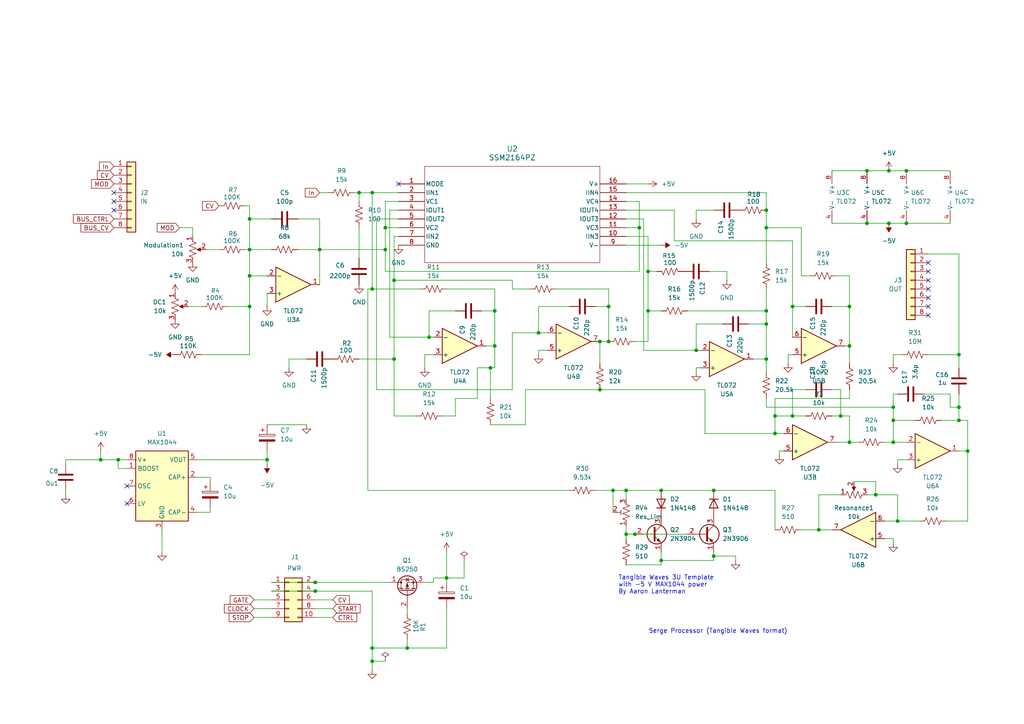
<source format=kicad_sch>
(kicad_sch (version 20250114) (generator "eeschema") (generator_version "9.0")
  (paper "A4")
  (lib_symbols
    (symbol "Amplifier_Operational:TL072" (pin_names (offset 0.127))
      (property "Reference" "U" (at 0 5.08 0))
      (property "Value" "TL072" (at 0 -5.08 0))
      (symbol "TL072_1_1"
        (pin input line (at -7.62 2.54 0) (length 2.54) (name "+") (number "3"))
        (pin input line (at -7.62 -2.54 0) (length 2.54) (name "-") (number "2"))
        (pin output line (at 7.62 0 180) (length 2.54) (name "~") (number "1"))
      )
      (symbol "TL072_2_1"
        (pin input line (at -7.62 2.54 0) (length 2.54) (name "+") (number "5"))
        (pin input line (at -7.62 -2.54 0) (length 2.54) (name "-") (number "6"))
        (pin output line (at 7.62 0 180) (length 2.54) (name "~") (number "7"))
      )
      (symbol "TL072_3_1"
        (pin power_in line (at -2.54 7.62 270) (length 3.81) (name "V+") (number "8"))
        (pin power_in line (at -2.54 -7.62 90) (length 3.81) (name "V-") (number "4"))
      )
    )
    (symbol "Connector_Generic:Conn_01x08" (pin_names (offset 1.016) (hide yes))
      (property "Reference" "J" (at 0 10.16 0))
      (property "Value" "Conn_01x08" (at 0 -12.7 0))
      (symbol "Conn_01x08_1_1"
        (pin passive line (at -5.08 7.62 0) (length 3.81) (name "Pin_1") (number "1"))
        (pin passive line (at -5.08 5.08 0) (length 3.81) (name "Pin_2") (number "2"))
        (pin passive line (at -5.08 2.54 0) (length 3.81) (name "Pin_3") (number "3"))
        (pin passive line (at -5.08 0 0) (length 3.81) (name "Pin_4") (number "4"))
        (pin passive line (at -5.08 -2.54 0) (length 3.81) (name "Pin_5") (number "5"))
        (pin passive line (at -5.08 -5.08 0) (length 3.81) (name "Pin_6") (number "6"))
        (pin passive line (at -5.08 -7.62 0) (length 3.81) (name "Pin_7") (number "7"))
        (pin passive line (at -5.08 -10.16 0) (length 3.81) (name "Pin_8") (number "8"))
      )
    )
    (symbol "Connector_Generic:Conn_02x05_Odd_Even" (pin_names (offset 1.016) (hide yes))
      (property "Reference" "J" (at 1.27 7.62 0))
      (property "Value" "Conn_02x05_Odd_Even" (at 1.27 -7.62 0))
      (symbol "Conn_02x05_Odd_Even_1_1"
        (pin passive line (at -5.08 5.08 0) (length 3.81) (name "Pin_1") (number "1"))
        (pin passive line (at -5.08 2.54 0) (length 3.81) (name "Pin_3") (number "3"))
        (pin passive line (at -5.08 0 0) (length 3.81) (name "Pin_5") (number "5"))
        (pin passive line (at -5.08 -2.54 0) (length 3.81) (name "Pin_7") (number "7"))
        (pin passive line (at -5.08 -5.08 0) (length 3.81) (name "Pin_9") (number "9"))
        (pin passive line (at 7.62 5.08 180) (length 3.81) (name "Pin_2") (number "2"))
        (pin passive line (at 7.62 2.54 180) (length 3.81) (name "Pin_4") (number "4"))
        (pin passive line (at 7.62 0 180) (length 3.81) (name "Pin_6") (number "6"))
        (pin passive line (at 7.62 -2.54 180) (length 3.81) (name "Pin_8") (number "8"))
        (pin passive line (at 7.62 -5.08 180) (length 3.81) (name "Pin_10") (number "10"))
      )
    )
    (symbol "Device:C" (pin_numbers (hide yes)) (pin_names (offset 0.254))
      (property "Reference" "C" (at 0.635 2.54 0))
      (property "Value" "C" (at 0.635 -2.54 0))
      (symbol "C_1_1"
        (pin passive line (at 0 3.81 270) (length 2.794) (name "~") (number "1"))
        (pin passive line (at 0 -3.81 90) (length 2.794) (name "~") (number "2"))
      )
    )
    (symbol "Device:C_Polarized" (pin_numbers (hide yes)) (pin_names (offset 0.254))
      (property "Reference" "C" (at 0.635 2.54 0))
      (property "Value" "C_Polarized" (at 0.635 -2.54 0))
      (symbol "C_Polarized_1_1"
        (pin passive line (at 0 3.81 270) (length 2.794) (name "~") (number "1"))
        (pin passive line (at 0 -3.81 90) (length 2.794) (name "~") (number "2"))
      )
    )
    (symbol "Device:R_Potentiometer_Trim_US" (pin_names (offset 1.016) (hide yes))
      (property "Reference" "RV" (at -4.445 0 90))
      (property "Value" "R_Potentiometer_Trim_US" (at -2.54 0 90))
      (symbol "R_Potentiometer_Trim_US_1_1"
        (pin passive line (at 0 3.81 270) (length 1.27) (name "1") (number "1"))
        (pin passive line (at 0 -3.81 90) (length 1.27) (name "3") (number "3"))
        (pin passive line (at 3.81 0 180) (length 1.27) (name "2") (number "2"))
      )
    )
    (symbol "Device:R_Potentiometer_US" (pin_names (offset 1.016) (hide yes))
      (property "Reference" "RV" (at -4.445 0 90))
      (property "Value" "R_Potentiometer_US" (at -2.54 0 90))
      (symbol "R_Potentiometer_US_1_1"
        (pin passive line (at 0 3.81 270) (length 1.27) (name "1") (number "1"))
        (pin passive line (at 0 -3.81 90) (length 1.27) (name "3") (number "3"))
        (pin passive line (at 3.81 0 180) (length 1.27) (name "2") (number "2"))
      )
    )
    (symbol "Device:R_US" (pin_numbers (hide yes)) (pin_names (offset 0))
      (property "Reference" "R" (at 2.54 0 90))
      (property "Value" "R_US" (at -2.54 0 90))
      (symbol "R_US_1_1"
        (pin passive line (at 0 3.81 270) (length 1.27) (name "~") (number "1"))
        (pin passive line (at 0 -3.81 90) (length 1.27) (name "~") (number "2"))
      )
    )
    (symbol "Diode:1N4148" (pin_numbers (hide yes)) (pin_names (hide yes))
      (property "Reference" "D" (at 0 2.54 0))
      (property "Value" "1N4148" (at 0 -2.54 0))
      (symbol "1N4148_1_1"
        (pin passive line (at -3.81 0 0) (length 2.54) (name "K") (number "1"))
        (pin passive line (at 3.81 0 180) (length 2.54) (name "A") (number "2"))
      )
    )
    (symbol "Regulator_SwitchedCapacitor:LTC1044"
      (property "Reference" "U" (at -6.35 11.43 0))
      (property "Value" "LTC1044" (at 3.81 11.43 0))
      (symbol "LTC1044_1_1"
        (pin power_in line (at -10.16 7.62 0) (length 2.54) (name "V+") (number "8"))
        (pin input line (at -10.16 5.08 0) (length 2.54) (name "BOOST") (number "1"))
        (pin input line (at -10.16 0 0) (length 2.54) (name "OSC") (number "7"))
        (pin input line (at -10.16 -5.08 0) (length 2.54) (name "LV") (number "6"))
        (pin power_in line (at 0 -12.7 90) (length 2.54) (name "GND") (number "3"))
        (pin power_out line (at 10.16 7.62 180) (length 2.54) (name "VOUT") (number "5"))
        (pin input line (at 10.16 2.54 180) (length 2.54) (name "CAP+") (number "2"))
        (pin input line (at 10.16 -7.62 180) (length 2.54) (name "CAP-") (number "4"))
      )
    )
    (symbol "SSM2164:SSM2164PZ" (pin_names (offset 0.254))
      (property "Reference" "U" (at 33.02 10.16 0))
      (property "Value" "SSM2164PZ" (at 33.02 7.62 0))
      (symbol "SSM2164PZ_0_1"
        (pin unspecified line (at 0 0 0) (length 7.62) (name "MODE") (number "1"))
        (pin unspecified line (at 0 -2.54 0) (length 7.62) (name "IIN1") (number "2"))
        (pin power_in line (at 0 -5.08 0) (length 7.62) (name "VC1") (number "3"))
        (pin unspecified line (at 0 -7.62 0) (length 7.62) (name "IOUT1") (number "4"))
        (pin unspecified line (at 0 -10.16 0) (length 7.62) (name "IOUT2") (number "5"))
        (pin power_in line (at 0 -12.7 0) (length 7.62) (name "VC2") (number "6"))
        (pin unspecified line (at 0 -15.24 0) (length 7.62) (name "IIN2") (number "7"))
        (pin unspecified line (at 0 -17.78 0) (length 7.62) (name "GND") (number "8"))
        (pin power_in line (at 66.04 0 180) (length 7.62) (name "V+") (number "16"))
        (pin unspecified line (at 66.04 -2.54 180) (length 7.62) (name "IIN4") (number "15"))
        (pin power_in line (at 66.04 -5.08 180) (length 7.62) (name "VC4") (number "14"))
        (pin unspecified line (at 66.04 -7.62 180) (length 7.62) (name "IOUT4") (number "13"))
        (pin unspecified line (at 66.04 -10.16 180) (length 7.62) (name "IOUT3") (number "12"))
        (pin power_in line (at 66.04 -12.7 180) (length 7.62) (name "VC3") (number "11"))
        (pin unspecified line (at 66.04 -15.24 180) (length 7.62) (name "IIN3") (number "10"))
        (pin power_in line (at 66.04 -17.78 180) (length 7.62) (name "V-") (number "9"))
      )
    )
    (symbol "Transistor_BJT:2N3904" (pin_names (offset 0) (hide yes))
      (property "Reference" "Q" (at 5.08 1.905 0))
      (property "Value" "2N3904" (at 5.08 0 0))
      (symbol "2N3904_1_1"
        (pin input line (at -5.08 0 0) (length 2.54) (name "B") (number "2"))
        (pin passive line (at 2.54 5.08 270) (length 2.54) (name "C") (number "3"))
        (pin passive line (at 2.54 -5.08 90) (length 2.54) (name "E") (number "1"))
      )
    )
    (symbol "Transistor_BJT:2N3906" (pin_names (offset 0) (hide yes))
      (property "Reference" "Q" (at 5.08 1.905 0))
      (property "Value" "2N3906" (at 5.08 0 0))
      (symbol "2N3906_1_1"
        (pin input line (at -5.08 0 0) (length 2.54) (name "B") (number "2"))
        (pin passive line (at 2.54 5.08 270) (length 2.54) (name "C") (number "3"))
        (pin passive line (at 2.54 -5.08 90) (length 2.54) (name "E") (number "1"))
      )
    )
    (symbol "Transistor_FET:BS250" (pin_names (hide yes))
      (property "Reference" "Q" (at 5.08 1.905 0))
      (property "Value" "BS250" (at 5.08 0 0))
      (symbol "BS250_1_1"
        (pin input line (at -5.08 0 0) (length 2.54) (name "G") (number "2"))
        (pin passive line (at 2.54 5.08 270) (length 2.54) (name "D") (number "1"))
        (pin passive line (at 2.54 -5.08 90) (length 2.54) (name "S") (number "3"))
      )
    )
    (symbol "power:+5V" (power) (pin_numbers (hide yes)) (pin_names (offset 0) (hide yes))
      (property "Value" "+5V" (at 0 3.556 0))
      (symbol "+5V_1_1"
        (pin power_in line (at 0 0 90) (length 0) (name "~") (number "1"))
      )
    )
    (symbol "power:-5V" (power) (pin_numbers (hide yes)) (pin_names (offset 0) (hide yes))
      (property "Value" "-5V" (at 0 3.556 0))
      (symbol "-5V_0_0"
        (pin power_in line (at 0 0 90) (length 0) (name "~") (number "1"))
      )
    )
    (symbol "power:GND" (power) (pin_numbers (hide yes)) (pin_names (offset 0) (hide yes))
      (property "Value" "GND" (at 0 -3.81 0))
      (symbol "GND_1_1"
        (pin power_in line (at 0 0 270) (length 0) (name "~") (number "1"))
      )
    )
    (symbol "power:PWR_FLAG" (power) (pin_numbers (hide yes)) (pin_names (offset 0) (hide yes))
      (property "Value" "PWR_FLAG" (at 0 3.81 0))
      (symbol "PWR_FLAG_0_0"
        (pin power_out line (at 0 0 90) (length 0) (name "~") (number "1"))
      )
    )
  )
  (text "Serge Processor (Tangible Waves format)\n" (at 208.28 183.134 0) (effects (font (size 1.27 1.27))))
  (text "Tangible Waves 3U Template\nwith -5 V MAX1044 power\nBy Aaron Lanterman\n" (at 179.324 169.672 0) (effects (font (size 1.27 1.27)) (justify left)))
  (junction (at 222.25 93.98))
  (junction (at 176.53 88.9))
  (junction (at 187.96 90.17))
  (junction (at 107.95 83.82))
  (junction (at 107.95 191.77))
  (junction (at 72.39 63.5))
  (junction (at 118.11 187.96))
  (junction (at 257.81 49.53))
  (junction (at 278.13 102.87))
  (junction (at 229.87 88.9))
  (junction (at 187.96 78.74))
  (junction (at 278.13 121.92))
  (junction (at 191.77 162.56))
  (junction (at 201.93 101.6))
  (junction (at 222.25 90.17))
  (junction (at 237.49 153.67))
  (junction (at 91.44 171.45))
  (junction (at 243.84 120.65))
  (junction (at 142.24 106.68))
  (junction (at 143.51 100.33))
  (junction (at 181.61 142.24))
  (junction (at 72.39 72.39))
  (junction (at 251.46 49.53))
  (junction (at 181.61 154.94))
  (junction (at 173.99 113.03))
  (junction (at 184.15 154.94))
  (junction (at 114.3 81.28))
  (junction (at 124.46 97.79))
  (junction (at 72.39 80.01))
  (junction (at 92.71 72.39))
  (junction (at 111.76 72.39))
  (junction (at 224.79 125.73))
  (junction (at 177.8 142.24))
  (junction (at 185.42 66.04))
  (junction (at 29.21 133.35))
  (junction (at 259.08 121.92))
  (junction (at 207.01 161.29))
  (junction (at 72.39 88.9))
  (junction (at 111.76 66.04))
  (junction (at 259.08 128.27))
  (junction (at 91.44 168.91))
  (junction (at 246.38 128.27))
  (junction (at 191.77 142.24))
  (junction (at 259.08 118.11))
  (junction (at 156.21 96.52))
  (junction (at 229.87 120.65))
  (junction (at 251.46 64.77))
  (junction (at 224.79 120.65))
  (junction (at 257.81 64.77))
  (junction (at 254 143.51))
  (junction (at 114.3 104.14))
  (junction (at 246.38 100.33))
  (junction (at 280.67 130.81))
  (junction (at 260.35 151.13))
  (junction (at 207.01 142.24))
  (junction (at 176.53 99.06))
  (junction (at 278.13 118.11))
  (junction (at 34.29 133.35))
  (junction (at 222.25 104.14))
  (junction (at 129.54 167.64))
  (junction (at 107.95 55.88))
  (junction (at 104.14 55.88))
  (junction (at 107.95 187.96))
  (junction (at 143.51 90.17))
  (junction (at 262.89 64.77))
  (junction (at 173.99 99.06))
  (junction (at 246.38 88.9))
  (junction (at 222.25 66.04))
  (junction (at 262.89 49.53))
  (junction (at 222.25 60.96))
  (junction (at 77.47 133.35))
  (no_connect (at 269.24 78.74))
  (no_connect (at 269.24 91.44))
  (no_connect (at 36.83 140.97))
  (no_connect (at 269.24 76.2))
  (no_connect (at 36.83 146.05))
  (no_connect (at 269.24 83.82))
  (no_connect (at 33.02 60.96))
  (no_connect (at 269.24 88.9))
  (no_connect (at 269.24 81.28))
  (no_connect (at 33.02 58.42))
  (no_connect (at 269.24 86.36))
  (no_connect (at 33.02 55.88))
  (no_connect (at 115.57 53.34))
  (wire (pts (xy 237.49 153.67) (xy 241.3 153.67)))
  (wire (pts (xy 121.92 83.82) (xy 107.95 83.82)))
  (wire (pts (xy 251.46 64.77) (xy 257.81 64.77)))
  (wire (pts (xy 222.25 118.11) (xy 259.08 118.11)))
  (wire (pts (xy 232.41 153.67) (xy 237.49 153.67)))
  (wire (pts (xy 66.04 88.9) (xy 72.39 88.9)))
  (wire (pts (xy 226.06 130.81) (xy 227.33 130.81)))
  (wire (pts (xy 222.25 93.98) (xy 222.25 104.14)))
  (wire (pts (xy 222.25 104.14) (xy 222.25 107.95)))
  (wire (pts (xy 260.35 143.51) (xy 260.35 151.13)))
  (wire (pts (xy 165.1 142.24) (xy 106.68 142.24)))
  (wire (pts (xy 71.12 72.39) (xy 72.39 72.39)))
  (wire (pts (xy 34.29 133.35) (xy 36.83 133.35)))
  (wire (pts (xy 109.22 113.03) (xy 148.59 113.03)))
  (wire (pts (xy 222.25 90.17) (xy 222.25 93.98)))
  (wire (pts (xy 73.66 176.53) (xy 78.74 176.53)))
  (wire (pts (xy 139.7 90.17) (xy 143.51 90.17)))
  (wire (pts (xy 181.61 71.12) (xy 191.77 71.12)))
  (wire (pts (xy 57.15 148.59) (xy 60.96 148.59)))
  (wire (pts (xy 259.08 121.92) (xy 265.43 121.92)))
  (wire (pts (xy 259.08 128.27) (xy 256.54 128.27)))
  (wire (pts (xy 275.59 114.3) (xy 275.59 118.11)))
  (wire (pts (xy 78.74 171.45) (xy 91.44 171.45)))
  (wire (pts (xy 187.96 99.06) (xy 187.96 90.17)))
  (wire (pts (xy 241.3 49.53) (xy 251.46 49.53)))
  (wire (pts (xy 104.14 66.04) (xy 104.14 74.93)))
  (wire (pts (xy 173.99 113.03) (xy 204.47 113.03)))
  (wire (pts (xy 91.44 168.91) (xy 113.03 168.91)))
  (wire (pts (xy 143.51 100.33) (xy 143.51 106.68)))
  (wire (pts (xy 278.13 114.3) (xy 278.13 118.11)))
  (wire (pts (xy 195.58 69.85) (xy 195.58 60.96)))
  (wire (pts (xy 222.25 60.96) (xy 222.25 55.88)))
  (wire (pts (xy 91.44 176.53) (xy 96.52 176.53)))
  (wire (pts (xy 241.3 64.77) (xy 251.46 64.77)))
  (wire (pts (xy 156.21 88.9) (xy 156.21 96.52)))
  (wire (pts (xy 229.87 88.9) (xy 229.87 97.79)))
  (wire (pts (xy 124.46 90.17) (xy 124.46 97.79)))
  (wire (pts (xy 191.77 160.02) (xy 191.77 162.56)))
  (wire (pts (xy 125.73 168.91) (xy 123.19 168.91)))
  (wire (pts (xy 185.42 66.04) (xy 181.61 66.04)))
  (wire (pts (xy 246.38 100.33) (xy 246.38 105.41)))
  (wire (pts (xy 142.24 106.68) (xy 142.24 115.57)))
  (wire (pts (xy 143.51 90.17) (xy 143.51 100.33)))
  (wire (pts (xy 54.61 88.9) (xy 58.42 88.9)))
  (wire (pts (xy 181.61 142.24) (xy 191.77 142.24)))
  (wire (pts (xy 259.08 118.11) (xy 259.08 121.92)))
  (wire (pts (xy 207.01 160.02) (xy 207.01 161.29)))
  (wire (pts (xy 246.38 128.27) (xy 248.92 128.27)))
  (wire (pts (xy 267.97 114.3) (xy 275.59 114.3)))
  (wire (pts (xy 185.42 58.42) (xy 185.42 66.04)))
  (wire (pts (xy 278.13 121.92) (xy 280.67 121.92)))
  (wire (pts (xy 222.25 60.96) (xy 222.25 66.04)))
  (wire (pts (xy 278.13 118.11) (xy 278.13 121.92)))
  (wire (pts (xy 246.38 120.65) (xy 246.38 128.27)))
  (wire (pts (xy 52.07 66.04) (xy 55.88 66.04)))
  (wire (pts (xy 245.11 100.33) (xy 246.38 100.33)))
  (wire (pts (xy 186.69 101.6) (xy 201.93 101.6)))
  (wire (pts (xy 92.71 55.88) (xy 95.25 55.88)))
  (wire (pts (xy 260.35 133.35) (xy 262.89 133.35)))
  (wire (pts (xy 199.39 90.17) (xy 222.25 90.17)))
  (wire (pts (xy 246.38 113.03) (xy 246.38 115.57)))
  (wire (pts (xy 148.59 113.03) (xy 148.59 96.52)))
  (wire (pts (xy 229.87 69.85) (xy 195.58 69.85)))
  (wire (pts (xy 185.42 66.04) (xy 185.42 78.74)))
  (wire (pts (xy 280.67 130.81) (xy 278.13 130.81)))
  (wire (pts (xy 72.39 59.69) (xy 72.39 63.5)))
  (wire (pts (xy 104.14 55.88) (xy 104.14 58.42)))
  (wire (pts (xy 72.39 63.5) (xy 72.39 72.39)))
  (wire (pts (xy 256.54 151.13) (xy 260.35 151.13)))
  (wire (pts (xy 83.82 104.14) (xy 88.9 104.14)))
  (wire (pts (xy 118.11 176.53) (xy 118.11 177.8)))
  (wire (pts (xy 123.19 102.87) (xy 123.19 106.68)))
  (wire (pts (xy 72.39 72.39) (xy 78.74 72.39)))
  (wire (pts (xy 224.79 153.67) (xy 224.79 142.24)))
  (wire (pts (xy 125.73 167.64) (xy 129.54 167.64)))
  (wire (pts (xy 125.73 102.87) (xy 123.19 102.87)))
  (wire (pts (xy 107.95 187.96) (xy 118.11 187.96)))
  (wire (pts (xy 181.61 53.34) (xy 187.96 53.34)))
  (wire (pts (xy 107.95 194.31) (xy 107.95 191.77)))
  (wire (pts (xy 57.15 133.35) (xy 77.47 133.35)))
  (wire (pts (xy 246.38 88.9) (xy 246.38 100.33)))
  (wire (pts (xy 184.15 99.06) (xy 187.96 99.06)))
  (wire (pts (xy 201.93 106.68) (xy 201.93 107.95)))
  (wire (pts (xy 77.47 133.35) (xy 77.47 134.62)))
  (wire (pts (xy 83.82 106.68) (xy 83.82 104.14)))
  (wire (pts (xy 104.14 55.88) (xy 107.95 55.88)))
  (wire (pts (xy 92.71 72.39) (xy 111.76 72.39)))
  (wire (pts (xy 201.93 63.5) (xy 201.93 60.96)))
  (wire (pts (xy 152.4 113.03) (xy 173.99 113.03)))
  (wire (pts (xy 232.41 80.01) (xy 232.41 66.04)))
  (wire (pts (xy 73.66 179.07) (xy 78.74 179.07)))
  (wire (pts (xy 102.87 55.88) (xy 104.14 55.88)))
  (wire (pts (xy 241.3 88.9) (xy 246.38 88.9)))
  (wire (pts (xy 72.39 72.39) (xy 72.39 80.01)))
  (wire (pts (xy 187.96 78.74) (xy 190.5 78.74)))
  (wire (pts (xy 237.49 143.51) (xy 237.49 153.67)))
  (wire (pts (xy 187.96 90.17) (xy 187.96 78.74)))
  (wire (pts (xy 111.76 66.04) (xy 115.57 66.04)))
  (wire (pts (xy 222.25 66.04) (xy 222.25 76.2)))
  (wire (pts (xy 226.06 132.08) (xy 226.06 130.81)))
  (wire (pts (xy 129.54 187.96) (xy 129.54 176.53)))
  (wire (pts (xy 129.54 167.64) (xy 129.54 168.91)))
  (wire (pts (xy 107.95 191.77) (xy 107.95 187.96)))
  (wire (pts (xy 222.25 104.14) (xy 218.44 104.14)))
  (wire (pts (xy 58.42 102.87) (xy 72.39 102.87)))
  (wire (pts (xy 242.57 80.01) (xy 246.38 80.01)))
  (wire (pts (xy 201.93 93.98) (xy 201.93 101.6)))
  (wire (pts (xy 107.95 55.88) (xy 107.95 83.82)))
  (wire (pts (xy 86.36 72.39) (xy 92.71 72.39)))
  (wire (pts (xy 156.21 96.52) (xy 158.75 96.52)))
  (wire (pts (xy 254 143.51) (xy 260.35 143.51)))
  (wire (pts (xy 34.29 133.35) (xy 34.29 135.89)))
  (wire (pts (xy 113.03 60.96) (xy 113.03 97.79)))
  (wire (pts (xy 181.61 152.4) (xy 181.61 154.94)))
  (wire (pts (xy 115.57 60.96) (xy 113.03 60.96)))
  (wire (pts (xy 275.59 118.11) (xy 278.13 118.11)))
  (wire (pts (xy 152.4 123.19) (xy 152.4 113.03)))
  (wire (pts (xy 204.47 125.73) (xy 224.79 125.73)))
  (wire (pts (xy 77.47 123.19) (xy 88.9 123.19)))
  (wire (pts (xy 280.67 121.92) (xy 280.67 130.81)))
  (wire (pts (xy 262.89 49.53) (xy 275.59 49.53)))
  (wire (pts (xy 185.42 78.74) (xy 111.76 78.74)))
  (wire (pts (xy 107.95 191.77) (xy 111.76 191.77)))
  (wire (pts (xy 19.05 134.62) (xy 19.05 133.35)))
  (wire (pts (xy 73.66 173.99) (xy 78.74 173.99)))
  (wire (pts (xy 77.47 85.09) (xy 77.47 88.9)))
  (wire (pts (xy 224.79 142.24) (xy 207.01 142.24)))
  (wire (pts (xy 115.57 68.58) (xy 114.3 68.58)))
  (wire (pts (xy 241.3 120.65) (xy 243.84 120.65)))
  (wire (pts (xy 261.62 102.87) (xy 259.08 102.87)))
  (wire (pts (xy 210.82 78.74) (xy 205.74 78.74)))
  (wire (pts (xy 59.69 72.39) (xy 63.5 72.39)))
  (wire (pts (xy 138.43 106.68) (xy 142.24 106.68)))
  (wire (pts (xy 222.25 83.82) (xy 222.25 90.17)))
  (wire (pts (xy 113.03 97.79) (xy 124.46 97.79)))
  (wire (pts (xy 217.17 93.98) (xy 222.25 93.98)))
  (wire (pts (xy 232.41 66.04) (xy 222.25 66.04)))
  (wire (pts (xy 156.21 101.6) (xy 158.75 101.6)))
  (wire (pts (xy 241.3 113.03) (xy 243.84 113.03)))
  (wire (pts (xy 210.82 81.28) (xy 210.82 78.74)))
  (wire (pts (xy 91.44 179.07) (xy 96.52 179.07)))
  (wire (pts (xy 72.39 102.87) (xy 72.39 88.9)))
  (wire (pts (xy 120.65 120.65) (xy 114.3 120.65)))
  (wire (pts (xy 176.53 83.82) (xy 176.53 88.9)))
  (wire (pts (xy 181.61 142.24) (xy 181.61 144.78)))
  (wire (pts (xy 243.84 113.03) (xy 243.84 120.65)))
  (wire (pts (xy 115.57 63.5) (xy 109.22 63.5)))
  (wire (pts (xy 86.36 63.5) (xy 92.71 63.5)))
  (wire (pts (xy 72.39 63.5) (xy 78.74 63.5)))
  (wire (pts (xy 222.25 115.57) (xy 222.25 118.11)))
  (wire (pts (xy 172.72 142.24) (xy 177.8 142.24)))
  (wire (pts (xy 177.8 142.24) (xy 177.8 148.59)))
  (wire (pts (xy 55.88 66.04) (xy 55.88 68.58)))
  (wire (pts (xy 233.68 113.03) (xy 229.87 113.03)))
  (wire (pts (xy 229.87 113.03) (xy 229.87 120.65)))
  (wire (pts (xy 153.67 83.82) (xy 148.59 83.82)))
  (wire (pts (xy 181.61 55.88) (xy 222.25 55.88)))
  (wire (pts (xy 111.76 72.39) (xy 111.76 78.74)))
  (wire (pts (xy 228.6 102.87) (xy 229.87 102.87)))
  (wire (pts (xy 114.3 68.58) (xy 114.3 81.28)))
  (wire (pts (xy 278.13 73.66) (xy 278.13 102.87)))
  (wire (pts (xy 224.79 120.65) (xy 229.87 120.65)))
  (wire (pts (xy 228.6 105.41) (xy 228.6 102.87)))
  (wire (pts (xy 274.32 151.13) (xy 280.67 151.13)))
  (wire (pts (xy 36.83 135.89) (xy 34.29 135.89)))
  (wire (pts (xy 259.08 128.27) (xy 262.89 128.27)))
  (wire (pts (xy 184.15 154.94) (xy 199.39 154.94)))
  (wire (pts (xy 72.39 80.01) (xy 77.47 80.01)))
  (wire (pts (xy 246.38 80.01) (xy 246.38 88.9)))
  (wire (pts (xy 251.46 143.51) (xy 254 143.51)))
  (wire (pts (xy 224.79 125.73) (xy 227.33 125.73)))
  (wire (pts (xy 118.11 187.96) (xy 129.54 187.96)))
  (wire (pts (xy 269.24 102.87) (xy 278.13 102.87)))
  (wire (pts (xy 176.53 99.06) (xy 173.99 99.06)))
  (wire (pts (xy 107.95 171.45) (xy 107.95 187.96)))
  (wire (pts (xy 257.81 64.77) (xy 262.89 64.77)))
  (wire (pts (xy 259.08 102.87) (xy 259.08 105.41)))
  (wire (pts (xy 251.46 49.53) (xy 257.81 49.53)))
  (wire (pts (xy 172.72 88.9) (xy 176.53 88.9)))
  (wire (pts (xy 204.47 113.03) (xy 204.47 125.73)))
  (wire (pts (xy 273.05 121.92) (xy 278.13 121.92)))
  (wire (pts (xy 186.69 63.5) (xy 186.69 101.6)))
  (wire (pts (xy 124.46 97.79) (xy 125.73 97.79)))
  (wire (pts (xy 104.14 104.14) (xy 114.3 104.14)))
  (wire (pts (xy 191.77 163.83) (xy 191.77 162.56)))
  (wire (pts (xy 181.61 58.42) (xy 185.42 58.42)))
  (wire (pts (xy 259.08 114.3) (xy 259.08 118.11)))
  (wire (pts (xy 140.97 100.33) (xy 143.51 100.33)))
  (wire (pts (xy 106.68 83.82) (xy 107.95 83.82)))
  (wire (pts (xy 72.39 80.01) (xy 72.39 88.9)))
  (wire (pts (xy 57.15 138.43) (xy 60.96 138.43)))
  (wire (pts (xy 125.73 168.91) (xy 125.73 167.64)))
  (wire (pts (xy 181.61 163.83) (xy 191.77 163.83)))
  (wire (pts (xy 129.54 167.64) (xy 134.62 167.64)))
  (wire (pts (xy 91.44 173.99) (xy 96.52 173.99)))
  (wire (pts (xy 259.08 157.48) (xy 259.08 156.21)))
  (wire (pts (xy 111.76 58.42) (xy 115.57 58.42)))
  (wire (pts (xy 260.35 151.13) (xy 266.7 151.13)))
  (wire (pts (xy 142.24 106.68) (xy 143.51 106.68)))
  (wire (pts (xy 232.41 80.01) (xy 234.95 80.01)))
  (wire (pts (xy 111.76 58.42) (xy 111.76 66.04)))
  (wire (pts (xy 134.62 162.56) (xy 134.62 167.64)))
  (wire (pts (xy 187.96 68.58) (xy 181.61 68.58)))
  (wire (pts (xy 92.71 63.5) (xy 92.71 72.39)))
  (wire (pts (xy 60.96 147.32) (xy 60.96 148.59)))
  (wire (pts (xy 19.05 142.24) (xy 19.05 143.51)))
  (wire (pts (xy 187.96 90.17) (xy 191.77 90.17)))
  (wire (pts (xy 246.38 128.27) (xy 242.57 128.27)))
  (wire (pts (xy 142.24 123.19) (xy 152.4 123.19)))
  (wire (pts (xy 260.35 134.62) (xy 260.35 133.35)))
  (wire (pts (xy 34.29 133.35) (xy 29.21 133.35)))
  (wire (pts (xy 254 139.7) (xy 254 143.51)))
  (wire (pts (xy 257.81 49.53) (xy 262.89 49.53)))
  (wire (pts (xy 132.08 115.57) (xy 138.43 115.57)))
  (wire (pts (xy 195.58 60.96) (xy 181.61 60.96)))
  (wire (pts (xy 128.27 120.65) (xy 132.08 120.65)))
  (wire (pts (xy 129.54 83.82) (xy 143.51 83.82)))
  (wire (pts (xy 256.54 156.21) (xy 259.08 156.21)))
  (wire (pts (xy 203.2 106.68) (xy 201.93 106.68)))
  (wire (pts (xy 111.76 66.04) (xy 111.76 72.39)))
  (wire (pts (xy 243.84 143.51) (xy 237.49 143.51)))
  (wire (pts (xy 229.87 120.65) (xy 233.68 120.65)))
  (wire (pts (xy 207.01 162.56) (xy 191.77 162.56)))
  (wire (pts (xy 213.36 162.56) (xy 213.36 161.29)))
  (wire (pts (xy 176.53 88.9) (xy 176.53 99.06)))
  (wire (pts (xy 243.84 120.65) (xy 246.38 120.65)))
  (wire (pts (xy 156.21 102.87) (xy 156.21 101.6)))
  (wire (pts (xy 207.01 161.29) (xy 213.36 161.29)))
  (wire (pts (xy 143.51 83.82) (xy 143.51 90.17)))
  (wire (pts (xy 46.99 153.67) (xy 46.99 160.02)))
  (wire (pts (xy 269.24 73.66) (xy 278.13 73.66)))
  (wire (pts (xy 224.79 120.65) (xy 224.79 125.73)))
  (wire (pts (xy 259.08 121.92) (xy 259.08 128.27)))
  (wire (pts (xy 209.55 93.98) (xy 201.93 93.98)))
  (wire (pts (xy 161.29 83.82) (xy 176.53 83.82)))
  (wire (pts (xy 114.3 81.28) (xy 114.3 104.14)))
  (wire (pts (xy 60.96 138.43) (xy 60.96 139.7)))
  (wire (pts (xy 229.87 69.85) (xy 229.87 88.9)))
  (wire (pts (xy 129.54 160.02) (xy 129.54 167.64)))
  (wire (pts (xy 207.01 161.29) (xy 207.01 162.56)))
  (wire (pts (xy 177.8 142.24) (xy 181.61 142.24)))
  (wire (pts (xy 19.05 133.35) (xy 29.21 133.35)))
  (wire (pts (xy 173.99 99.06) (xy 173.99 105.41)))
  (wire (pts (xy 77.47 130.81) (xy 77.47 133.35)))
  (wire (pts (xy 107.95 171.45) (xy 91.44 171.45)))
  (wire (pts (xy 109.22 63.5) (xy 109.22 113.03)))
  (wire (pts (xy 191.77 142.24) (xy 207.01 142.24)))
  (wire (pts (xy 106.68 142.24) (xy 106.68 83.82)))
  (wire (pts (xy 181.61 154.94) (xy 181.61 156.21)))
  (wire (pts (xy 114.3 104.14) (xy 114.3 120.65)))
  (wire (pts (xy 29.21 133.35) (xy 29.21 130.81)))
  (wire (pts (xy 148.59 83.82) (xy 148.59 81.28)))
  (wire (pts (xy 181.61 63.5) (xy 186.69 63.5)))
  (wire (pts (xy 114.3 81.28) (xy 148.59 81.28)))
  (wire (pts (xy 138.43 115.57) (xy 138.43 106.68)))
  (wire (pts (xy 278.13 102.87) (xy 278.13 106.68)))
  (wire (pts (xy 280.67 151.13) (xy 280.67 130.81)))
  (wire (pts (xy 260.35 114.3) (xy 259.08 114.3)))
  (wire (pts (xy 262.89 64.77) (xy 275.59 64.77)))
  (wire (pts (xy 181.61 154.94) (xy 184.15 154.94)))
  (wire (pts (xy 224.79 115.57) (xy 224.79 120.65)))
  (wire (pts (xy 246.38 115.57) (xy 224.79 115.57)))
  (wire (pts (xy 78.74 168.91) (xy 91.44 168.91)))
  (wire (pts (xy 118.11 185.42) (xy 118.11 187.96)))
  (wire (pts (xy 247.65 139.7) (xy 254 139.7)))
  (wire (pts (xy 233.68 88.9) (xy 229.87 88.9)))
  (wire (pts (xy 71.12 59.69) (xy 72.39 59.69)))
  (wire (pts (xy 187.96 78.74) (xy 187.96 68.58)))
  (wire (pts (xy 132.08 90.17) (xy 124.46 90.17)))
  (wire (pts (xy 148.59 96.52) (xy 156.21 96.52)))
  (wire (pts (xy 165.1 88.9) (xy 156.21 88.9)))
  (wire (pts (xy 92.71 72.39) (xy 92.71 82.55)))
  (wire (pts (xy 132.08 120.65) (xy 132.08 115.57)))
  (wire (pts (xy 201.93 60.96) (xy 207.01 60.96)))
  (wire (pts (xy 201.93 101.6) (xy 203.2 101.6)))
  (wire (pts (xy 107.95 55.88) (xy 115.57 55.88)))
  (global_label "STOP" (shape input) (at 73.66 179.07 180) (property "Intersheetrefs" "${INTERSHEET_REFS}" (effects (hide yes))))
  (global_label "CTRL" (shape input) (at 96.52 179.07 0) (property "Intersheetrefs" "${INTERSHEET_REFS}" (effects (hide yes))))
  (global_label "GATE" (shape input) (at 73.66 173.99 180) (property "Intersheetrefs" "${INTERSHEET_REFS}" (effects (hide yes))))
  (global_label "CLOCK" (shape input) (at 73.66 176.53 180) (property "Intersheetrefs" "${INTERSHEET_REFS}" (effects (hide yes))))
  (global_label "In" (shape input) (at 33.02 48.26 180) (property "Intersheetrefs" "${INTERSHEET_REFS}" (effects (hide yes))))
  (global_label "START" (shape input) (at 96.52 176.53 0) (property "Intersheetrefs" "${INTERSHEET_REFS}" (effects (hide yes))))
  (global_label "CV" (shape input) (at 63.5 59.69 180) (property "Intersheetrefs" "${INTERSHEET_REFS}" (effects (hide yes))))
  (global_label "BUS_CTRL" (shape input) (at 33.02 63.5 180) (property "Intersheetrefs" "${INTERSHEET_REFS}" (effects (hide yes))))
  (global_label "BUS_CV" (shape input) (at 33.02 66.04 180) (property "Intersheetrefs" "${INTERSHEET_REFS}" (effects (hide yes))))
  (global_label "CV" (shape input) (at 33.02 50.8 180) (property "Intersheetrefs" "${INTERSHEET_REFS}" (effects (hide yes))))
  (global_label "CV" (shape input) (at 96.52 173.99 0) (property "Intersheetrefs" "${INTERSHEET_REFS}" (effects (hide yes))))
  (global_label "In" (shape input) (at 92.71 55.88 180) (property "Intersheetrefs" "${INTERSHEET_REFS}" (effects (hide yes))))
  (global_label "MOD" (shape input) (at 33.02 53.34 180) (property "Intersheetrefs" "${INTERSHEET_REFS}" (effects (hide yes))))
  (global_label "MOD" (shape input) (at 52.07 66.04 180) (property "Intersheetrefs" "${INTERSHEET_REFS}" (effects (hide yes))))
  (symbol (lib_id "Transistor_BJT:2N3904") (at 189.23 154.94 0) (unit 1)
    (property "Reference" "Q2" (at 194.31 153.6699 0) (effects (justify left)))
    (property "Value" "2N3904" (at 194.31 156.2099 0) (effects (justify left)))
    (property "Footprint" "Package_TO_SOT_THT:TO-92_Inline" (effects (hide yes)))
    (property "Datasheet" "https://www.onsemi.com/pub/Collateral/2N3903-D.PDF" (effects (hide yes)))
    (property "Description" "0.2A Ic, 40V Vce, Small Signal NPN Transistor, TO-92" (effects (hide yes)))
  )
  (symbol (lib_id "Device:R_US") (at 218.44 60.96 270) (unit 1)
    (property "Reference" "R18" (at 218.694 56.388 90))
    (property "Value" "100" (at 218.44 58.42 90))
    (property "Footprint" "Aaron_Library:R_Axial_Aaron" (effects (hide yes)))
    (property "Description" "Resistor, US symbol" (effects (hide yes)))
  )
  (symbol (lib_id "Device:C") (at 213.36 93.98 270) (unit 1)
    (property "Reference" "C13" (at 211.582 100.838 0) (effects (justify right)))
    (property "Value" "220p" (at 214.63 102.616 0) (effects (justify right)))
    (property "Footprint" "Aaron_Library:C_Axial_Aaron" (effects (hide yes)))
    (property "Description" "Unpolarized capacitor" (effects (hide yes)))
  )
  (symbol (lib_id "power:-5V") (at 257.81 64.77 180) (unit 1)
    (property "Reference" "#PWR018" (effects (hide yes)))
    (property "Value" "-5V" (at 257.81 69.85 0))
    (property "Description" "Power symbol creates a global label with name \"-5V\"" (effects (hide yes)))
  )
  (symbol (lib_id "Amplifier_Operational:TL072") (at 85.09 82.55 0) (mirror x) (unit 1)
    (property "Reference" "U3" (at 85.09 92.71 0))
    (property "Value" "TL072" (at 85.09 90.17 0))
    (property "Footprint" "TL072:P8" (effects (hide yes)))
    (property "Datasheet" "http://www.ti.com/lit/ds/symlink/tl071.pdf" (effects (hide yes)))
    (property "Description" "Dual Low-Noise JFET-Input Operational Amplifiers, DIP-8/SOIC-8" (effects (hide yes)))
  )
  (symbol (lib_id "Transistor_FET:BS250") (at 118.11 171.45 90) (unit 1)
    (property "Reference" "Q1" (at 118.11 162.56 90))
    (property "Value" "BS250" (at 118.11 165.1 90))
    (property "Footprint" "Package_TO_SOT_THT:TO-92_Inline" (effects (hide yes)))
    (property "Datasheet" "http://www.vishay.com/docs/70209/70209.pdf" (effects (hide yes)))
    (property "Description" "-0.18A Id, -45V Vds, P-Channel MOSFET, TO-92" (effects (hide yes)))
  )
  (symbol (lib_id "power:GND") (at 83.82 106.68 0) (unit 1)
    (property "Reference" "#PWR022" (effects (hide yes)))
    (property "Value" "GND" (at 83.82 111.76 0))
    (property "Description" "Power symbol creates a global label with name \"GND\" , ground" (effects (hide yes)))
  )
  (symbol (lib_id "Device:R_Potentiometer_US") (at 247.65 143.51 90) (unit 1)
    (property "Reference" "Resonance1" (at 247.65 147.32 90))
    (property "Value" "10k" (at 247.65 149.86 90))
    (property "Footprint" "Aaron_Library:Potentiometer_TW_Frontpanel" (effects (hide yes)))
    (property "Description" "Potentiometer, US symbol" (effects (hide yes)))
  )
  (symbol (lib_id "Device:R_US") (at 100.33 104.14 270) (unit 1)
    (property "Reference" "R2" (at 100.584 99.568 90))
    (property "Value" "100" (at 100.33 101.6 90))
    (property "Footprint" "Aaron_Library:R_Axial_Aaron" (effects (hide yes)))
    (property "Description" "Resistor, US symbol" (effects (hide yes)))
  )
  (symbol (lib_id "power:GND") (at 259.08 157.48 0) (unit 1)
    (property "Reference" "#PWR029" (effects (hide yes)))
    (property "Value" "GND" (effects (hide yes)))
    (property "Description" "Power symbol creates a global label with name \"GND\" , ground" (effects (hide yes)))
  )
  (symbol (lib_id "Amplifier_Operational:TL072") (at 166.37 99.06 0) (mirror x) (unit 2)
    (property "Reference" "U4" (at 166.37 109.22 0))
    (property "Value" "TL072" (at 166.37 106.68 0))
    (property "Footprint" "TL072:P8" (effects (hide yes)))
    (property "Datasheet" "http://www.ti.com/lit/ds/symlink/tl071.pdf" (effects (hide yes)))
    (property "Description" "Dual Low-Noise JFET-Input Operational Amplifiers, DIP-8/SOIC-8" (effects (hide yes)))
  )
  (symbol (lib_id "Device:R_US") (at 246.38 109.22 0) (unit 1)
    (property "Reference" "R23" (at 248.92 107.9499 0) (effects (justify left)))
    (property "Value" "20.5k" (at 248.92 110.4899 0) (effects (justify left)))
    (property "Footprint" "Aaron_Library:R_Axial_Aaron" (effects (hide yes)))
    (property "Description" "Resistor, US symbol" (effects (hide yes)))
  )
  (symbol (lib_id "Device:C") (at 92.71 104.14 270) (unit 1)
    (property "Reference" "C11" (at 90.932 110.998 0) (effects (justify right)))
    (property "Value" "1500p" (at 93.98 112.776 0) (effects (justify right)))
    (property "Footprint" "Aaron_Library:C_Axial_Aaron" (effects (hide yes)))
    (property "Description" "Unpolarized capacitor" (effects (hide yes)))
  )
  (symbol (lib_id "Amplifier_Operational:TL072") (at 133.35 100.33 0) (mirror x) (unit 1)
    (property "Reference" "U4" (at 133.35 110.49 0))
    (property "Value" "TL072" (at 133.35 107.95 0))
    (property "Footprint" "TL072:P8" (effects (hide yes)))
    (property "Datasheet" "http://www.ti.com/lit/ds/symlink/tl071.pdf" (effects (hide yes)))
    (property "Description" "Dual Low-Noise JFET-Input Operational Amplifiers, DIP-8/SOIC-8" (effects (hide yes)))
  )
  (symbol (lib_id "power:GND") (at 104.14 82.55 0) (unit 1)
    (property "Reference" "#PWR017" (effects (hide yes)))
    (property "Value" "GND" (at 104.14 87.63 0))
    (property "Description" "Power symbol creates a global label with name \"GND\" , ground" (effects (hide yes)))
  )
  (symbol (lib_id "power:PWR_FLAG") (at 134.62 162.56 0) (unit 1)
    (property "Reference" "#FLG01" (effects (hide yes)))
    (property "Value" "PWR_FLAG" (effects (hide yes)))
    (property "Description" "Special symbol for telling ERC where power comes from" (effects (hide yes)))
  )
  (symbol (lib_id "power:PWR_FLAG") (at 111.76 191.77 0) (unit 1)
    (property "Reference" "#FLG03" (effects (hide yes)))
    (property "Value" "PWR_FLAG" (effects (hide yes)))
    (property "Description" "Special symbol for telling ERC where power comes from" (effects (hide yes)))
  )
  (symbol (lib_id "Device:R_US") (at 180.34 99.06 90) (unit 1)
    (property "Reference" "R14" (at 180.34 92.71 90))
    (property "Value" "15k" (at 180.34 95.25 90))
    (property "Footprint" "Aaron_Library:R_Axial_Aaron" (effects (hide yes)))
    (property "Description" "Resistor, US symbol" (effects (hide yes)))
  )
  (symbol (lib_id "Device:R_US") (at 173.99 109.22 0) (unit 1)
    (property "Reference" "R20" (at 176.53 107.9499 0) (effects (justify left)))
    (property "Value" "12k" (at 176.53 110.4899 0) (effects (justify left)))
    (property "Footprint" "Aaron_Library:R_Axial_Aaron" (effects (hide yes)))
    (property "Description" "Resistor, US symbol" (effects (hide yes)))
  )
  (symbol (lib_id "Device:R_US") (at 157.48 83.82 90) (unit 1)
    (property "Reference" "R13" (at 157.48 77.47 90))
    (property "Value" "15k" (at 157.48 80.01 90))
    (property "Footprint" "Aaron_Library:R_Axial_Aaron" (effects (hide yes)))
    (property "Description" "Resistor, US symbol" (effects (hide yes)))
  )
  (symbol (lib_id "Device:R_US") (at 222.25 80.01 180) (unit 1)
    (property "Reference" "R17" (at 224.79 78.7399 0) (effects (justify right)))
    (property "Value" "15k" (at 224.79 81.2799 0) (effects (justify right)))
    (property "Footprint" "Aaron_Library:R_Axial_Aaron" (effects (hide yes)))
    (property "Description" "Resistor, US symbol" (effects (hide yes)))
  )
  (symbol (lib_id "Connector_Generic:Conn_01x08") (at 264.16 81.28 0) (mirror y) (unit 1)
    (property "Reference" "J3" (at 261.62 81.2799 0) (effects (justify left)))
    (property "Value" "OUT" (at 261.62 83.8199 0) (effects (justify left)))
    (property "Footprint" "Connector_PinSocket_2.54mm:PinSocket_1x08_P2.54mm_Vertical" (effects (hide yes)))
    (property "Description" "Generic connector, single row, 01x08, script generated (kicad-library-utils/schlib/autogen/connector/)" (effects (hide yes)))
  )
  (symbol (lib_id "Device:R_US") (at 104.14 62.23 180) (unit 1)
    (property "Reference" "R10" (at 106.68 60.9599 0) (effects (justify right)))
    (property "Value" "100" (at 106.68 63.4999 0) (effects (justify right)))
    (property "Footprint" "Aaron_Library:R_Axial_Aaron" (effects (hide yes)))
    (property "Description" "Resistor, US symbol" (effects (hide yes)))
  )
  (symbol (lib_id "Device:C_Polarized") (at 77.47 127 0) (unit 1)
    (property "Reference" "C7" (at 81.28 124.8409 0) (effects (justify left)))
    (property "Value" "10u" (at 81.28 127.3809 0) (effects (justify left)))
    (property "Footprint" "Capacitor_THT:CP_Radial_D5.0mm_P2.50mm" (effects (hide yes)))
    (property "Description" "Polarized capacitor" (effects (hide yes)))
  )
  (symbol (lib_id "Amplifier_Operational:TL072") (at 237.49 100.33 0) (mirror x) (unit 2)
    (property "Reference" "U5" (at 237.49 110.49 0))
    (property "Value" "TL072" (at 237.49 107.95 0))
    (property "Footprint" "TL072:P8" (effects (hide yes)))
    (property "Datasheet" "http://www.ti.com/lit/ds/symlink/tl071.pdf" (effects (hide yes)))
    (property "Description" "Dual Low-Noise JFET-Input Operational Amplifiers, DIP-8/SOIC-8" (effects (hide yes)))
  )
  (symbol (lib_id "Device:R_US") (at 82.55 72.39 90) (unit 1)
    (property "Reference" "R8" (at 82.55 66.04 90))
    (property "Value" "68k" (at 82.55 68.58 90))
    (property "Footprint" "Aaron_Library:R_Axial_Aaron" (effects (hide yes)))
    (property "Description" "Resistor, US symbol" (effects (hide yes)))
  )
  (symbol (lib_id "power:GND") (at 77.47 88.9 0) (unit 1)
    (property "Reference" "#PWR05" (effects (hide yes)))
    (property "Value" "GND" (at 77.47 93.98 0))
    (property "Description" "Power symbol creates a global label with name \"GND\" , ground" (effects (hide yes)))
  )
  (symbol (lib_id "Device:C_Polarized") (at 60.96 143.51 0) (unit 1)
    (property "Reference" "C4" (at 64.77 141.3509 0) (effects (justify left)))
    (property "Value" "10u" (at 64.77 143.8909 0) (effects (justify left)))
    (property "Footprint" "Capacitor_THT:CP_Radial_D5.0mm_P2.50mm" (effects (hide yes)))
    (property "Description" "Polarized capacitor" (effects (hide yes)))
  )
  (symbol (lib_id "Transistor_BJT:2N3906") (at 204.47 154.94 0) (unit 1)
    (property "Reference" "Q3" (at 209.55 153.6699 0) (effects (justify left)))
    (property "Value" "2N3906" (at 209.55 156.2099 0) (effects (justify left)))
    (property "Footprint" "Package_TO_SOT_THT:TO-92_Inline" (effects (hide yes)))
    (property "Datasheet" "https://www.onsemi.com/pub/Collateral/2N3906-D.PDF" (effects (hide yes)))
    (property "Description" "-0.2A Ic, -40V Vce, Small Signal PNP Transistor, TO-92" (effects (hide yes)))
  )
  (symbol (lib_id "Device:R_US") (at 125.73 83.82 90) (unit 1)
    (property "Reference" "R11" (at 125.73 77.47 90))
    (property "Value" "15k" (at 125.73 80.01 90))
    (property "Footprint" "Aaron_Library:R_Axial_Aaron" (effects (hide yes)))
    (property "Description" "Resistor, US symbol" (effects (hide yes)))
  )
  (symbol (lib_id "Device:R_US") (at 99.06 55.88 90) (unit 1)
    (property "Reference" "R9" (at 99.06 49.53 90))
    (property "Value" "15k" (at 99.06 52.07 90))
    (property "Footprint" "Aaron_Library:R_Axial_Aaron" (effects (hide yes)))
    (property "Description" "Resistor, US symbol" (effects (hide yes)))
  )
  (symbol (lib_id "power:GND") (at 55.88 76.2 0) (unit 1)
    (property "Reference" "#PWR012" (effects (hide yes)))
    (property "Value" "GND" (at 55.88 81.28 0))
    (property "Description" "Power symbol creates a global label with name \"GND\" , ground" (effects (hide yes)))
  )
  (symbol (lib_id "Device:R_US") (at 168.91 142.24 90) (unit 1)
    (property "Reference" "R30" (at 168.91 135.89 90))
    (property "Value" "9.53k" (at 168.91 138.43 90))
    (property "Footprint" "Aaron_Library:R_Axial_Aaron" (effects (hide yes)))
    (property "Description" "Resistor, US symbol" (effects (hide yes)))
  )
  (symbol (lib_id "Device:R_US") (at 124.46 120.65 90) (unit 1)
    (property "Reference" "R12" (at 124.46 114.3 90))
    (property "Value" "15k" (at 124.46 116.84 90))
    (property "Footprint" "Aaron_Library:R_Axial_Aaron" (effects (hide yes)))
    (property "Description" "Resistor, US symbol" (effects (hide yes)))
  )
  (symbol (lib_id "power:+5V") (at 29.21 130.81 0) (unit 1)
    (property "Reference" "#PWR011" (effects (hide yes)))
    (property "Value" "+5V" (at 29.21 125.73 0))
    (property "Description" "Power symbol creates a global label with name \"+5V\"" (effects (hide yes)))
  )
  (symbol (lib_id "Connector_Generic:Conn_02x05_Odd_Even") (at 83.82 173.99 0) (unit 1)
    (property "Reference" "J1" (at 85.598 161.544 0))
    (property "Value" "PWR" (at 85.344 164.846 0))
    (property "Footprint" "Connector_PinHeader_2.54mm:PinHeader_2x05_P2.54mm_Vertical" (effects (hide yes)))
    (property "Description" "Generic connector, double row, 02x05, odd/even pin numbering scheme (row 1 odd numbers, row 2 even numbers), script generated (kicad-library-utils/schlib/autogen/connector/)" (effects (hide yes)))
  )
  (symbol (lib_id "Device:C") (at 210.82 60.96 270) (unit 1)
    (property "Reference" "C14" (at 209.042 67.818 0) (effects (justify right)))
    (property "Value" "1500p" (at 212.09 69.596 0) (effects (justify right)))
    (property "Footprint" "Aaron_Library:C_Axial_Aaron" (effects (hide yes)))
    (property "Description" "Unpolarized capacitor" (effects (hide yes)))
  )
  (symbol (lib_id "power:GND") (at 226.06 132.08 0) (unit 1)
    (property "Reference" "#PWR027" (effects (hide yes)))
    (property "Value" "GND" (effects (hide yes)))
    (property "Description" "Power symbol creates a global label with name \"GND\" , ground" (effects (hide yes)))
  )
  (symbol (lib_id "Device:C_Polarized") (at 129.54 172.72 0) (unit 1)
    (property "Reference" "C1" (at 133.35 170.5609 0) (effects (justify left)))
    (property "Value" "10u" (at 133.35 173.1009 0) (effects (justify left)))
    (property "Footprint" "Capacitor_THT:CP_Radial_D5.0mm_P2.50mm" (effects (hide yes)))
    (property "Description" "Polarized capacitor" (effects (hide yes)))
  )
  (symbol (lib_id "Device:R_US") (at 67.31 72.39 270) (unit 1)
    (property "Reference" "R6" (at 67.564 67.818 90))
    (property "Value" "100K" (at 67.31 69.85 90))
    (property "Footprint" "Aaron_Library:R_Axial_Aaron" (effects (hide yes)))
    (property "Description" "Resistor, US symbol" (effects (hide yes)))
  )
  (symbol (lib_id "Amplifier_Operational:TL072") (at 210.82 104.14 0) (mirror x) (unit 1)
    (property "Reference" "U5" (at 210.82 114.3 0))
    (property "Value" "TL072" (at 210.82 111.76 0))
    (property "Footprint" "TL072:P8" (effects (hide yes)))
    (property "Datasheet" "http://www.ti.com/lit/ds/symlink/tl071.pdf" (effects (hide yes)))
    (property "Description" "Dual Low-Noise JFET-Input Operational Amplifiers, DIP-8/SOIC-8" (effects (hide yes)))
  )
  (symbol (lib_id "Device:C") (at 19.05 138.43 0) (unit 1)
    (property "Reference" "C8" (at 14.224 136.652 0) (effects (justify left)))
    (property "Value" "0u1" (at 13.208 140.208 0) (effects (justify left)))
    (property "Footprint" "Aaron_Library:C_Axial_Aaron" (effects (hide yes)))
    (property "Description" "Unpolarized capacitor" (effects (hide yes)))
  )
  (symbol (lib_id "power:GND") (at 210.82 81.28 0) (mirror y) (unit 1)
    (property "Reference" "#PWR023" (effects (hide yes)))
    (property "Value" "GND" (at 210.82 86.36 0))
    (property "Description" "Power symbol creates a global label with name \"GND\" , ground" (effects (hide yes)))
  )
  (symbol (lib_id "Device:R_US") (at 269.24 121.92 90) (unit 1)
    (property "Reference" "R25" (at 269.24 115.57 90))
    (property "Value" "10k" (at 269.24 118.11 90))
    (property "Footprint" "Aaron_Library:R_Axial_Aaron" (effects (hide yes)))
    (property "Description" "Resistor, US symbol" (effects (hide yes)))
  )
  (symbol (lib_id "Amplifier_Operational:TL072") (at 248.92 153.67 180) (unit 2)
    (property "Reference" "U6" (at 248.92 163.83 0))
    (property "Value" "TL072" (at 248.92 161.29 0))
    (property "Footprint" "TL072:P8" (effects (hide yes)))
    (property "Datasheet" "http://www.ti.com/lit/ds/symlink/tl071.pdf" (effects (hide yes)))
    (property "Description" "Dual Low-Noise JFET-Input Operational Amplifiers, DIP-8/SOIC-8" (effects (hide yes)))
  )
  (symbol (lib_id "power:GND") (at 156.21 102.87 0) (unit 1)
    (property "Reference" "#PWR021" (effects (hide yes)))
    (property "Value" "GND" (effects (hide yes)))
    (property "Description" "Power symbol creates a global label with name \"GND\" , ground" (effects (hide yes)))
  )
  (symbol (lib_id "power:GND") (at 19.05 143.51 0) (unit 1)
    (property "Reference" "#PWR09" (effects (hide yes)))
    (property "Value" "GND" (effects (hide yes)))
    (property "Description" "Power symbol creates a global label with name \"GND\" , ground" (effects (hide yes)))
  )
  (symbol (lib_id "Device:R_Potentiometer_US") (at 50.8 88.9 0) (unit 1)
    (property "Reference" "DC1" (at 48.26 87.6299 0) (effects (justify right)))
    (property "Value" "10k" (at 48.26 90.1699 0) (effects (justify right)))
    (property "Footprint" "Aaron_Library:Potentiometer_TW_Frontpanel" (effects (hide yes)))
    (property "Description" "Potentiometer, US symbol" (effects (hide yes)))
  )
  (symbol (lib_id "power:GND") (at 259.08 105.41 0) (unit 1)
    (property "Reference" "#PWR031" (effects (hide yes)))
    (property "Value" "GND" (effects (hide yes)))
    (property "Description" "Power symbol creates a global label with name \"GND\" , ground" (effects (hide yes)))
  )
  (symbol (lib_id "Device:R_US") (at 194.31 78.74 90) (mirror x) (unit 1)
    (property "Reference" "R15" (at 194.056 74.168 90))
    (property "Value" "100" (at 194.31 76.2 90))
    (property "Footprint" "Aaron_Library:R_Axial_Aaron" (effects (hide yes)))
    (property "Description" "Resistor, US symbol" (effects (hide yes)))
  )
  (symbol (lib_id "power:GND") (at 50.8 92.71 0) (unit 1)
    (property "Reference" "#PWR02" (effects (hide yes)))
    (property "Value" "GND" (at 50.8 97.79 0))
    (property "Description" "Power symbol creates a global label with name \"GND\" , ground" (effects (hide yes)))
  )
  (symbol (lib_id "Device:R_US") (at 265.43 102.87 90) (unit 1)
    (property "Reference" "R31" (at 265.43 96.52 90))
    (property "Value" "10M" (at 265.43 99.06 90))
    (property "Footprint" "Aaron_Library:R_Axial_Aaron" (effects (hide yes)))
    (property "Description" "Resistor, US symbol" (effects (hide yes)))
  )
  (symbol (lib_id "Device:C") (at 278.13 110.49 180) (unit 1)
    (property "Reference" "C16" (at 271.272 108.712 0) (effects (justify right)))
    (property "Value" "1u" (at 272.034 110.998 0) (effects (justify right)))
    (property "Footprint" "Aaron_Library:C_Axial_Aaron" (effects (hide yes)))
    (property "Description" "Unpolarized capacitor" (effects (hide yes)))
  )
  (symbol (lib_id "power:+5V") (at 129.54 160.02 0) (unit 1)
    (property "Reference" "#PWR03" (effects (hide yes)))
    (property "Value" "+5V" (at 129.54 154.94 0))
    (property "Description" "Power symbol creates a global label with name \"+5V\"" (effects (hide yes)))
  )
  (symbol (lib_id "Amplifier_Operational:TL072") (at 270.51 130.81 0) (mirror x) (unit 1)
    (property "Reference" "U6" (at 270.51 140.97 0))
    (property "Value" "TL072" (at 270.51 138.43 0))
    (property "Footprint" "TL072:P8" (effects (hide yes)))
    (property "Datasheet" "http://www.ti.com/lit/ds/symlink/tl071.pdf" (effects (hide yes)))
    (property "Description" "Dual Low-Noise JFET-Input Operational Amplifiers, DIP-8/SOIC-8" (effects (hide yes)))
  )
  (symbol (lib_id "Device:R_US") (at 67.31 59.69 270) (unit 1)
    (property "Reference" "R7" (at 67.564 55.118 90))
    (property "Value" "100K" (at 67.31 57.15 90))
    (property "Footprint" "Aaron_Library:R_Axial_Aaron" (effects (hide yes)))
    (property "Description" "Resistor, US symbol" (effects (hide yes)))
  )
  (symbol (lib_id "power:GND") (at 46.99 160.02 0) (unit 1)
    (property "Reference" "#PWR010" (effects (hide yes)))
    (property "Value" "GND" (effects (hide yes)))
    (property "Description" "Power symbol creates a global label with name \"GND\" , ground" (effects (hide yes)))
  )
  (symbol (lib_id "Device:C") (at 264.16 114.3 270) (mirror x) (unit 1)
    (property "Reference" "C17" (at 262.382 107.442 0) (effects (justify right)))
    (property "Value" "3.6p" (at 265.43 105.664 0) (effects (justify right)))
    (property "Footprint" "Aaron_Library:C_Axial_Aaron" (effects (hide yes)))
    (property "Description" "Unpolarized capacitor" (effects (hide yes)))
  )
  (symbol (lib_id "Device:C") (at 135.89 90.17 270) (unit 1)
    (property "Reference" "C9" (at 134.112 97.028 0) (effects (justify right)))
    (property "Value" "220p" (at 137.16 98.806 0) (effects (justify right)))
    (property "Footprint" "Aaron_Library:C_Axial_Aaron" (effects (hide yes)))
    (property "Description" "Unpolarized capacitor" (effects (hide yes)))
  )
  (symbol (lib_id "Device:R_US") (at 238.76 80.01 270) (unit 1)
    (property "Reference" "R19" (at 238.76 73.66 90))
    (property "Value" "15k" (at 238.76 76.2 90))
    (property "Footprint" "Aaron_Library:R_Axial_Aaron" (effects (hide yes)))
    (property "Description" "Resistor, US symbol" (effects (hide yes)))
  )
  (symbol (lib_id "Device:C") (at 237.49 113.03 270) (mirror x) (unit 1)
    (property "Reference" "C18" (at 235.712 106.172 0) (effects (justify right)))
    (property "Value" "3.6p" (at 238.76 104.394 0) (effects (justify right)))
    (property "Footprint" "Aaron_Library:C_Axial_Aaron" (effects (hide yes)))
    (property "Description" "Unpolarized capacitor" (effects (hide yes)))
  )
  (symbol (lib_id "power:GND") (at 228.6 105.41 0) (unit 1)
    (property "Reference" "#PWR025" (effects (hide yes)))
    (property "Value" "GND" (effects (hide yes)))
    (property "Description" "Power symbol creates a global label with name \"GND\" , ground" (effects (hide yes)))
  )
  (symbol (lib_id "Device:R_US") (at 142.24 119.38 0) (unit 1)
    (property "Reference" "R21" (at 144.78 118.1099 0) (effects (justify left)))
    (property "Value" "10k" (at 144.78 120.6499 0) (effects (justify left)))
    (property "Footprint" "Aaron_Library:R_Axial_Aaron" (effects (hide yes)))
    (property "Description" "Resistor, US symbol" (effects (hide yes)))
  )
  (symbol (lib_id "power:+5V") (at 257.81 49.53 0) (unit 1)
    (property "Reference" "#PWR019" (effects (hide yes)))
    (property "Value" "+5V" (at 257.81 44.45 0))
    (property "Description" "Power symbol creates a global label with name \"+5V\"" (effects (hide yes)))
  )
  (symbol (lib_id "Diode:1N4148") (at 191.77 146.05 90) (unit 1)
    (property "Reference" "D2" (at 194.31 144.7799 90) (effects (justify right)))
    (property "Value" "1N4148" (at 194.31 147.3199 90) (effects (justify right)))
    (property "Footprint" "Diode_THT:D_DO-35_SOD27_P7.62mm_Horizontal" (effects (hide yes)))
    (property "Datasheet" "https://assets.nexperia.com/documents/data-sheet/1N4148_1N4448.pdf" (effects (hide yes)))
    (property "Description" "100V 0.15A standard switching diode, DO-35" (effects (hide yes)))
    (property "Sim.Device" "D" (effects (hide yes)))
    (property "Sim.Pins" "1=K 2=A" (effects (hide yes)))
  )
  (symbol (lib_id "power:-5V") (at 191.77 71.12 270) (unit 1)
    (property "Reference" "#PWR015" (effects (hide yes)))
    (property "Value" "-5V" (at 195.58 71.1199 90) (effects (justify left)))
    (property "Description" "Power symbol creates a global label with name \"-5V\"" (effects (hide yes)))
  )
  (symbol (lib_id "Device:R_Potentiometer_US") (at 55.88 72.39 0) (unit 1)
    (property "Reference" "Modulation1" (at 53.34 71.1199 0) (effects (justify right)))
    (property "Value" "10k" (at 53.34 73.6599 0) (effects (justify right)))
    (property "Footprint" "Aaron_Library:Potentiometer_TW_Frontpanel" (effects (hide yes)))
    (property "Description" "Potentiometer, US symbol" (effects (hide yes)))
  )
  (symbol (lib_id "Device:R_US") (at 118.11 181.61 180) (unit 1)
    (property "Reference" "R1" (at 122.682 181.864 90))
    (property "Value" "10K" (at 120.65 181.61 90))
    (property "Footprint" "Aaron_Library:R_Axial_Aaron" (effects (hide yes)))
    (property "Description" "Resistor, US symbol" (effects (hide yes)))
  )
  (symbol (lib_id "Regulator_SwitchedCapacitor:LTC1044") (at 46.99 140.97 0) (unit 1)
    (property "Reference" "U1" (at 46.99 125.73 0))
    (property "Value" "MAX1044" (at 46.99 128.27 0))
    (property "Footprint" "Package_DIP:DIP-8_W7.62mm" (effects (hide yes)))
    (property "Datasheet" "https://www.analog.com/media/en/technical-documentation/data-sheets/lt1044.pdf" (effects (hide yes)))
    (property "Description" "Switched Capacitor Voltage Converter, 1.5V to 9V supply operation, 200uA Max No Load Supply Current at 5V, DIP-8/TO-99" (effects (hide yes)))
  )
  (symbol (lib_id "Device:C") (at 168.91 88.9 270) (unit 1)
    (property "Reference" "C10" (at 167.132 95.758 0) (effects (justify right)))
    (property "Value" "220p" (at 170.18 97.536 0) (effects (justify right)))
    (property "Footprint" "Aaron_Library:C_Axial_Aaron" (effects (hide yes)))
    (property "Description" "Unpolarized capacitor" (effects (hide yes)))
  )
  (symbol (lib_id "power:-5V") (at 77.47 134.62 180) (unit 1)
    (property "Reference" "#PWR06" (effects (hide yes)))
    (property "Value" "-5V" (at 77.47 140.716 0))
    (property "Description" "Power symbol creates a global label with name \"-5V\"" (effects (hide yes)))
  )
  (symbol (lib_id "Amplifier_Operational:TL072") (at 234.95 128.27 0) (mirror x) (unit 2)
    (property "Reference" "U3" (at 234.95 138.43 0))
    (property "Value" "TL072" (at 234.95 135.89 0))
    (property "Footprint" "TL072:P8" (effects (hide yes)))
    (property "Datasheet" "http://www.ti.com/lit/ds/symlink/tl071.pdf" (effects (hide yes)))
    (property "Description" "Dual Low-Noise JFET-Input Operational Amplifiers, DIP-8/SOIC-8" (effects (hide yes)))
  )
  (symbol (lib_id "Device:R_US") (at 237.49 120.65 90) (unit 1)
    (property "Reference" "R3" (at 237.49 114.3 90))
    (property "Value" "10k" (at 237.49 116.84 90))
    (property "Footprint" "Aaron_Library:R_Axial_Aaron" (effects (hide yes)))
    (property "Description" "Resistor, US symbol" (effects (hide yes)))
  )
  (symbol (lib_id "Device:C") (at 104.14 78.74 180) (unit 1)
    (property "Reference" "C6" (at 97.282 76.962 0) (effects (justify right)))
    (property "Value" "2200p" (at 95.504 80.01 0) (effects (justify right)))
    (property "Footprint" "Aaron_Library:C_Axial_Aaron" (effects (hide yes)))
    (property "Description" "Unpolarized capacitor" (effects (hide yes)))
  )
  (symbol (lib_id "Device:R_Potentiometer_Trim_US") (at 181.61 148.59 180) (unit 1)
    (property "Reference" "RV4" (at 184.15 147.3199 0) (effects (justify right)))
    (property "Value" "Res_Lim" (at 184.15 149.8599 0) (effects (justify right)))
    (property "Footprint" "Aaron_Library:Potentiometer_Square_Trimpot_Aaron" (effects (hide yes)))
    (property "Description" "Trim-potentiometer, US symbol" (effects (hide yes)))
  )
  (symbol (lib_id "SSM2164:SSM2164PZ") (at 115.57 53.34 0) (unit 1)
    (property "Reference" "U2" (at 148.59 43.18 0) (effects (font (size 1.524 1.524))))
    (property "Value" "SSM2164PZ" (at 148.59 45.72 0) (effects (font (size 1.524 1.524))))
    (property "Footprint" "SSM2164:N_16_ADI" (effects (hide yes)))
    (property "Datasheet" "SSM2164PZ" (effects (hide yes)))
  )
  (symbol (lib_id "power:GND") (at 260.35 134.62 0) (unit 1)
    (property "Reference" "#PWR028" (effects (hide yes)))
    (property "Value" "GND" (effects (hide yes)))
    (property "Description" "Power symbol creates a global label with name \"GND\" , ground" (effects (hide yes)))
  )
  (symbol (lib_id "power:GND") (at 123.19 106.68 0) (unit 1)
    (property "Reference" "#PWR020" (effects (hide yes)))
    (property "Value" "GND" (at 123.19 111.76 0))
    (property "Description" "Power symbol creates a global label with name \"GND\" , ground" (effects (hide yes)))
  )
  (symbol (lib_id "Device:C") (at 201.93 78.74 90) (mirror x) (unit 1)
    (property "Reference" "C12" (at 203.708 85.598 0) (effects (justify right)))
    (property "Value" "1500p" (at 200.66 87.376 0) (effects (justify right)))
    (property "Footprint" "Aaron_Library:C_Axial_Aaron" (effects (hide yes)))
    (property "Description" "Unpolarized capacitor" (effects (hide yes)))
  )
  (symbol (lib_id "power:GND") (at 213.36 162.56 0) (unit 1)
    (property "Reference" "#PWR030" (effects (hide yes)))
    (property "Value" "GND" (effects (hide yes)))
    (property "Description" "Power symbol creates a global label with name \"GND\" , ground" (effects (hide yes)))
  )
  (symbol (lib_id "Device:R_US") (at 252.73 128.27 90) (unit 1)
    (property "Reference" "R24" (at 252.73 121.92 90))
    (property "Value" "10k" (at 252.73 124.46 90))
    (property "Footprint" "Aaron_Library:R_Axial_Aaron" (effects (hide yes)))
    (property "Description" "Resistor, US symbol" (effects (hide yes)))
  )
  (symbol (lib_id "Device:R_US") (at 222.25 111.76 0) (unit 1)
    (property "Reference" "R22" (at 224.79 110.4899 0) (effects (justify left)))
    (property "Value" "20.5k" (at 224.79 113.0299 0) (effects (justify left)))
    (property "Footprint" "Aaron_Library:R_Axial_Aaron" (effects (hide yes)))
    (property "Description" "Resistor, US symbol" (effects (hide yes)))
  )
  (symbol (lib_id "power:GND") (at 201.93 107.95 0) (unit 1)
    (property "Reference" "#PWR024" (effects (hide yes)))
    (property "Value" "GND" (effects (hide yes)))
    (property "Description" "Power symbol creates a global label with name \"GND\" , ground" (effects (hide yes)))
  )
  (symbol (lib_id "power:GND") (at 201.93 63.5 0) (unit 1)
    (property "Reference" "#PWR026" (effects (hide yes)))
    (property "Value" "GND" (at 201.93 68.58 0))
    (property "Description" "Power symbol creates a global label with name \"GND\" , ground" (effects (hide yes)))
  )
  (symbol (lib_id "Device:C") (at 82.55 63.5 90) (unit 1)
    (property "Reference" "C5" (at 82.55 55.88 90))
    (property "Value" "100p" (at 82.55 58.42 90))
    (property "Footprint" "Aaron_Library:C_Axial_Aaron" (effects (hide yes)))
    (property "Description" "Unpolarized capacitor" (effects (hide yes)))
  )
  (symbol (lib_id "Device:R_US") (at 270.51 151.13 90) (unit 1)
    (property "Reference" "R26" (at 270.51 144.78 90))
    (property "Value" "10k" (at 270.51 147.32 90))
    (property "Footprint" "Aaron_Library:R_Axial_Aaron" (effects (hide yes)))
    (property "Description" "Resistor, US symbol" (effects (hide yes)))
  )
  (symbol (lib_id "power:GND") (at 115.57 71.12 0) (unit 1)
    (property "Reference" "#PWR013" (effects (hide yes)))
    (property "Value" "GND" (at 115.57 76.2 0))
    (property "Description" "Power symbol creates a global label with name \"GND\" , ground" (effects (hide yes)))
  )
  (symbol (lib_id "Connector_Generic:Conn_01x08") (at 38.1 55.88 0) (unit 1)
    (property "Reference" "J2" (at 40.64 55.8799 0) (effects (justify left)))
    (property "Value" "IN" (at 40.64 58.4199 0) (effects (justify left)))
    (property "Footprint" "Connector_PinSocket_2.54mm:PinSocket_1x08_P2.54mm_Vertical" (effects (hide yes)))
    (property "Description" "Generic connector, single row, 01x08, script generated (kicad-library-utils/schlib/autogen/connector/)" (effects (hide yes)))
  )
  (symbol (lib_id "power:GND") (at 88.9 123.19 0) (unit 1)
    (property "Reference" "#PWR014" (effects (hide yes)))
    (property "Value" "GND" (effects (hide yes)))
    (property "Description" "Power symbol creates a global label with name \"GND\" , ground" (effects (hide yes)))
  )
  (symbol (lib_id "Amplifier_Operational:TL072") (at 254 57.15 0) (unit 3)
    (property "Reference" "U5" (at 252.73 55.8799 0) (effects (justify left)))
    (property "Value" "TL072" (at 252.73 58.4199 0) (effects (justify left)))
    (property "Footprint" "TL072:P8" (effects (hide yes)))
    (property "Datasheet" "http://www.ti.com/lit/ds/symlink/tl071.pdf" (effects (hide yes)))
    (property "Description" "Dual Low-Noise JFET-Input Operational Amplifiers, DIP-8/SOIC-8" (effects (hide yes)))
  )
  (symbol (lib_id "power:GND") (at 107.95 194.31 0) (unit 1)
    (property "Reference" "#PWR04" (effects (hide yes)))
    (property "Value" "GND" (effects (hide yes)))
    (property "Description" "Power symbol creates a global label with name \"GND\" , ground" (effects (hide yes)))
  )
  (symbol (lib_id "power:+5V") (at 50.8 85.09 0) (unit 1)
    (property "Reference" "#PWR01" (effects (hide yes)))
    (property "Value" "+5V" (at 50.8 80.01 0))
    (property "Description" "Power symbol creates a global label with name \"+5V\"" (effects (hide yes)))
  )
  (symbol (lib_id "Device:C") (at 237.49 88.9 270) (unit 1)
    (property "Reference" "C15" (at 235.712 95.758 0) (effects (justify right)))
    (property "Value" "220p" (at 238.76 97.536 0) (effects (justify right)))
    (property "Footprint" "Aaron_Library:C_Axial_Aaron" (effects (hide yes)))
    (property "Description" "Unpolarized capacitor" (effects (hide yes)))
  )
  (symbol (lib_id "Device:R_US") (at 54.61 102.87 270) (unit 1)
    (property "Reference" "R5" (at 54.864 98.298 90))
    (property "Value" "110K" (at 54.61 100.33 90))
    (property "Footprint" "Aaron_Library:R_Axial_Aaron" (effects (hide yes)))
    (property "Description" "Resistor, US symbol" (effects (hide yes)))
  )
  (symbol (lib_id "Device:R_US") (at 228.6 153.67 90) (unit 1)
    (property "Reference" "R27" (at 228.6 147.32 90))
    (property "Value" "510" (at 228.6 149.86 90))
    (property "Footprint" "Aaron_Library:R_Axial_Aaron" (effects (hide yes)))
    (property "Description" "Resistor, US symbol" (effects (hide yes)))
  )
  (symbol (lib_id "Device:R_US") (at 181.61 160.02 180) (unit 1)
    (property "Reference" "R29" (at 184.15 158.7499 0) (effects (justify right)))
    (property "Value" "510" (at 184.15 161.2899 0) (effects (justify right)))
    (property "Footprint" "Aaron_Library:R_Axial_Aaron" (effects (hide yes)))
    (property "Description" "Resistor, US symbol" (effects (hide yes)))
  )
  (symbol (lib_id "Amplifier_Operational:TL072") (at 278.13 57.15 0) (unit 3)
    (property "Reference" "U4" (at 276.86 55.8799 0) (effects (justify left)))
    (property "Value" "TL072" (at 276.86 58.4199 0) (effects (justify left)))
    (property "Footprint" "TL072:P8" (effects (hide yes)))
    (property "Datasheet" "http://www.ti.com/lit/ds/symlink/tl071.pdf" (effects (hide yes)))
    (property "Description" "Dual Low-Noise JFET-Input Operational Amplifiers, DIP-8/SOIC-8" (effects (hide yes)))
  )
  (symbol (lib_id "Device:R_US") (at 195.58 90.17 90) (unit 1)
    (property "Reference" "R16" (at 195.58 83.82 90))
    (property "Value" "15k" (at 195.58 86.36 90))
    (property "Footprint" "Aaron_Library:R_Axial_Aaron" (effects (hide yes)))
    (property "Description" "Resistor, US symbol" (effects (hide yes)))
  )
  (symbol (lib_id "Device:R_US") (at 62.23 88.9 270) (unit 1)
    (property "Reference" "R4" (at 62.484 84.328 90))
    (property "Value" "100K" (at 62.23 86.36 90))
    (property "Footprint" "Aaron_Library:R_Axial_Aaron" (effects (hide yes)))
    (property "Description" "Resistor, US symbol" (effects (hide yes)))
  )
  (symbol (lib_id "Amplifier_Operational:TL072") (at 243.84 57.15 0) (unit 3)
    (property "Reference" "U3" (at 242.57 55.8799 0) (effects (justify left)))
    (property "Value" "TL072" (at 242.57 58.4199 0) (effects (justify left)))
    (property "Footprint" "TL072:P8" (effects (hide yes)))
    (property "Datasheet" "http://www.ti.com/lit/ds/symlink/tl071.pdf" (effects (hide yes)))
    (property "Description" "Dual Low-Noise JFET-Input Operational Amplifiers, DIP-8/SOIC-8" (effects (hide yes)))
  )
  (symbol (lib_id "power:+5V") (at 187.96 53.34 270) (unit 1)
    (property "Reference" "#PWR016" (effects (hide yes)))
    (property "Value" "+5V" (at 191.77 53.3399 90) (effects (justify left)))
    (property "Description" "Power symbol creates a global label with name \"+5V\"" (effects (hide yes)))
  )
  (symbol (lib_id "Diode:1N4148") (at 207.01 146.05 270) (unit 1)
    (property "Reference" "D1" (at 209.55 144.7799 90) (effects (justify left)))
    (property "Value" "1N4148" (at 209.55 147.3199 90) (effects (justify left)))
    (property "Footprint" "Diode_THT:D_DO-35_SOD27_P7.62mm_Horizontal" (effects (hide yes)))
    (property "Datasheet" "https://assets.nexperia.com/documents/data-sheet/1N4148_1N4448.pdf" (effects (hide yes)))
    (property "Description" "100V 0.15A standard switching diode, DO-35" (effects (hide yes)))
    (property "Sim.Device" "D" (effects (hide yes)))
    (property "Sim.Pins" "1=K 2=A" (effects (hide yes)))
  )
  (symbol (lib_id "Amplifier_Operational:TL072") (at 265.43 57.15 0) (unit 3)
    (property "Reference" "U6" (at 264.16 55.8799 0) (effects (justify left)))
    (property "Value" "TL072" (at 264.16 58.4199 0) (effects (justify left)))
    (property "Footprint" "TL072:P8" (effects (hide yes)))
    (property "Datasheet" "http://www.ti.com/lit/ds/symlink/tl071.pdf" (effects (hide yes)))
    (property "Description" "Dual Low-Noise JFET-Input Operational Amplifiers, DIP-8/SOIC-8" (effects (hide yes)))
  )
  (symbol (lib_id "power:-5V") (at 50.8 102.87 90) (unit 1)
    (property "Reference" "#PWR08" (effects (hide yes)))
    (property "Value" "-5V" (at 46.99 102.8699 90) (effects (justify left)))
    (property "Description" "Power symbol creates a global label with name \"-5V\"" (effects (hide yes)))
  )
)
</source>
